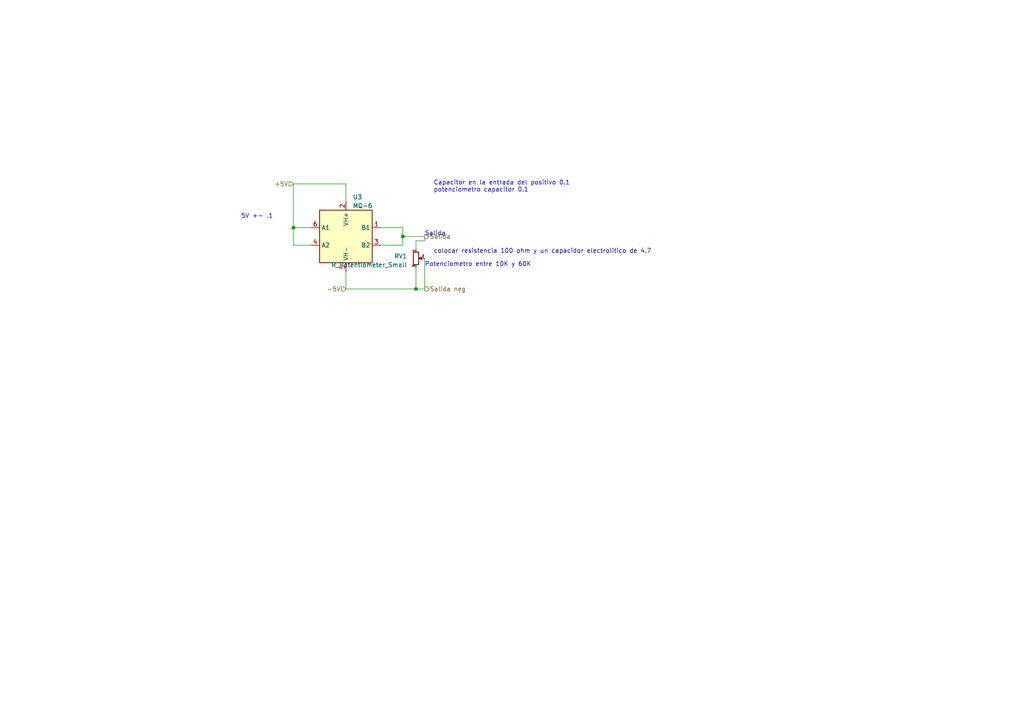
<source format=kicad_sch>
(kicad_sch (version 20230121) (generator eeschema)
  (paper "A4")
  (lib_symbols
    (symbol "Device:R_Potentiometer_Small" (pin_names (offset 1.016) hide)
      (property "Reference" "RV" (at -4.445 0 90))
      (property "Value" "R_Potentiometer_Small" (at -2.54 0 90))
      (symbol "R_Potentiometer_Small_0_1"
        (polyline (pts (xy 0.889 0) (xy 0.635 0) (xy 1.651 0.381) (xy 1.651 -0.381) (xy 0.635 0) (xy 0.889 0)) (fill (type outline)))
        (rectangle (start 0.762 1.8034) (end -0.762 -1.8034) (stroke (width 0.254)))
      )
      (symbol "R_Potentiometer_Small_1_1"
        (pin passive line (at 0 2.54 270) (length 0.635) (name "1") (number "1"))
        (pin passive line (at 2.54 0 180) (length 0.9906) (name "2") (number "2"))
        (pin passive line (at 0 -2.54 90) (length 0.635) (name "3") (number "3"))
      )
    )
    (symbol "Sensor_Gas:MQ-6"
      (property "Reference" "U" (at -6.35 8.89 0))
      (property "Value" "MQ-6" (at 3.81 8.89 0))
      (symbol "MQ-6_0_1"
        (rectangle (start -7.62 7.62) (end 7.62 -7.62) (stroke (width 0.254)) (fill (type background)))
      )
      (symbol "MQ-6_1_1"
        (pin passive line (at 10.16 2.54 180) (length 2.54) (name "B1") (number "1"))
        (pin power_in line (at 0 10.16 270) (length 2.54) (name "VH+") (number "2"))
        (pin passive line (at 10.16 -2.54 180) (length 2.54) (name "B2") (number "3"))
        (pin passive line (at -10.16 -2.54 0) (length 2.54) (name "A2") (number "4"))
        (pin power_in line (at 0 -10.16 90) (length 2.54) (name "VH-") (number "5"))
        (pin passive line (at -10.16 2.54 0) (length 2.54) (name "A1") (number "6"))
      )
    )
  )
  (junction (at 116.84 68.58))
  (junction (at 85.09 66.04))
  (junction (at 120.65 83.82))
  (wire (pts (xy 90.17 66.04) (xy 85.09 66.04)))
  (wire (pts (xy 123.19 83.82) (xy 120.65 83.82)))
  (wire (pts (xy 116.84 68.58) (xy 116.84 71.12)))
  (wire (pts (xy 123.19 69.85) (xy 123.19 68.58)))
  (wire (pts (xy 85.09 71.12) (xy 90.17 71.12)))
  (wire (pts (xy 116.84 71.12) (xy 110.49 71.12)))
  (wire (pts (xy 120.65 83.82) (xy 100.33 83.82)))
  (wire (pts (xy 110.49 66.04) (xy 116.84 66.04)))
  (wire (pts (xy 116.84 66.04) (xy 116.84 68.58)))
  (wire (pts (xy 120.65 77.47) (xy 120.65 83.82)))
  (wire (pts (xy 100.33 58.42) (xy 100.33 53.34)))
  (wire (pts (xy 123.19 74.93) (xy 123.19 83.82)))
  (wire (pts (xy 85.09 66.04) (xy 85.09 71.12)))
  (wire (pts (xy 123.19 68.58) (xy 116.84 68.58)))
  (wire (pts (xy 100.33 53.34) (xy 85.09 53.34)))
  (wire (pts (xy 85.09 53.34) (xy 85.09 66.04)))
  (wire (pts (xy 123.19 69.85) (xy 120.65 69.85)))
  (wire (pts (xy 120.65 69.85) (xy 120.65 72.39)))
  (wire (pts (xy 100.33 83.82) (xy 100.33 78.74)))
  (text "5V +- .1\n" (at 69.85 63.5 0) (effects (font (size 1.27 1.27)) (justify left bottom)))
  (text "Salida" (at 123.19 68.58 0) (effects (font (size 1.27 1.27)) (justify left bottom)))
  (text "Potenciometro entre 10K y 60K" (at 123.19 77.47 0) (effects (font (size 1.27 1.27)) (justify left bottom)))
  (text "Capacitor en la entrada del positivo 0.1\npotenciometro capacitor 0.1" (at 125.73 55.88 0) (effects (font (size 1.27 1.27)) (justify left bottom)))
  (text "colocar resistencia 100 ohm y un capacidor electrolitico de 4.7" (at 125.73 73.66 0) (effects (font (size 1.27 1.27)) (justify left bottom)))
  (hierarchical_label "-5V" (shape input) (at 100.33 83.82 180))
  (hierarchical_label "Salida" (shape output) (at 123.19 68.58 0))
  (hierarchical_label "Salida neg" (shape output) (at 123.19 83.82 0))
  (hierarchical_label "+5V" (shape input) (at 85.09 53.34 180))
  (symbol (lib_id "Device:R_Potentiometer_Small") (at 120.65 74.93 0) (unit 1)
    (property "Reference" "RV1" (at 118.11 74.295 0) (effects (justify right)))
    (property "Value" "R_Potentiometer_Small" (at 118.11 76.835 0) (effects (justify right)))
  )
  (symbol (lib_id "Sensor_Gas:MQ-6") (at 100.33 68.58 0) (unit 1)
    (property "Reference" "U3" (at 102.2859 57.15 0) (effects (justify left)))
    (property "Value" "MQ-6" (at 102.2859 59.69 0) (effects (justify left)))
    (property "Footprint" "Sensor:MQ-6" (effects hide))
    (property "Datasheet" "https://www.winsen-sensor.com/d/files/semiconductor/mq-6.pdf" (effects hide))
  )
)
</source>
